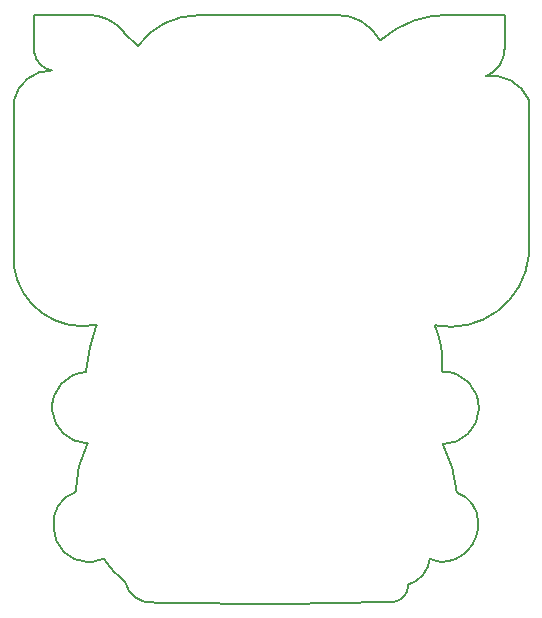
<source format=gbr>
%FSLAX23Y23*%
%MOIN*%
G04 EasyPC Gerber Version 17.0 Build 3379 *
%ADD21C,0.00500*%
X0Y0D02*
D02*
D21*
X380Y1132D02*
G75*
G03X654Y934I230J29D01*
G01*
X656*
G75*
G03X621Y776I624J-223*
G01*
G75*
G03X508Y648I5J-118*
G01*
G75*
G03X626Y538I121J12*
G01*
G75*
G03X587Y377I316J-163*
G01*
G75*
G03X513Y255I35J-105*
G01*
G75*
G03X625Y143I116J4*
G01*
X640*
G75*
G03X680Y154I-3J89*
G01*
G75*
G03X751Y77I254J164*
G01*
G75*
G03X847Y8I87J20*
G01*
G75*
G03X1630Y10I364J11219*
G01*
G75*
G03X1696Y68I9J56*
G01*
G75*
G03X1766Y154I-30J97*
G01*
G75*
G03X1803Y143I41J68*
G01*
G75*
G03X1928Y277I0J125*
G01*
G75*
G03X1857Y375I-104J-1*
G01*
G75*
G03X1810Y536I-421J-36*
G01*
G75*
G03X1930Y653I0J121*
G01*
G75*
G03X1807Y778I-119J6*
G01*
G75*
G03X1784Y932I-298J33*
G01*
G75*
G03X2097Y1165I51J258*
G01*
Y1684*
G75*
G03X1953Y1762I-124J-56*
G01*
G75*
G03X2016Y1853I-33J90*
G01*
Y1967*
X1843*
G75*
G03X1601Y1882I-15J-342*
G01*
G75*
G03X1448Y1966I-143J-78*
G01*
X1000*
G75*
G03X793Y1863I-4J-250*
G01*
X748Y1908*
G75*
G03X623Y1966I-119J-91*
G01*
X449*
Y1841*
G75*
G03X508Y1782I67J8*
G01*
G75*
G03X380Y1680I-2J-129*
G01*
Y1132*
X0Y0D02*
M02*

</source>
